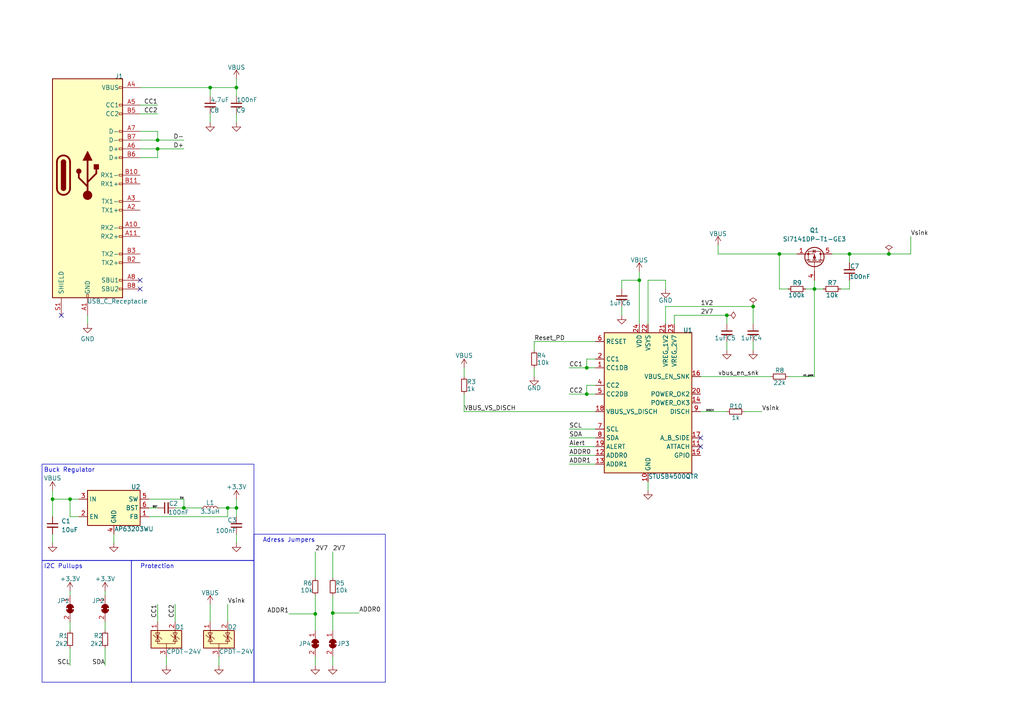
<source format=kicad_sch>
(kicad_sch (version 20230121) (generator eeschema)
  (paper "A4")
  (lib_symbols
    (symbol "Connector:USB_C_Receptacle" (pin_names (offset 1.016))
      (property "Reference" "J" (at -10.16 29.21 0))
      (property "Value" "USB_C_Receptacle" (at 10.16 29.21 0))
      (symbol "USB_C_Receptacle_0_0"
        (rectangle (start -0.254 -35.56) (end 0.254 -34.544))
        (rectangle (start 10.16 -32.766) (end 9.144 -33.274))
        (rectangle (start 10.16 -30.226) (end 9.144 -30.734))
        (rectangle (start 10.16 -25.146) (end 9.144 -25.654))
        (rectangle (start 10.16 -22.606) (end 9.144 -23.114))
        (rectangle (start 10.16 -17.526) (end 9.144 -18.034))
        (rectangle (start 10.16 -14.986) (end 9.144 -15.494))
        (rectangle (start 10.16 -9.906) (end 9.144 -10.414))
        (rectangle (start 10.16 -7.366) (end 9.144 -7.874))
        (rectangle (start 10.16 -2.286) (end 9.144 -2.794))
        (rectangle (start 10.16 0.254) (end 9.144 -0.254))
        (rectangle (start 10.16 5.334) (end 9.144 4.826))
        (rectangle (start 10.16 7.874) (end 9.144 7.366))
        (rectangle (start 10.16 10.414) (end 9.144 9.906))
        (rectangle (start 10.16 12.954) (end 9.144 12.446))
        (rectangle (start 10.16 18.034) (end 9.144 17.526))
        (rectangle (start 10.16 20.574) (end 9.144 20.066))
        (rectangle (start 10.16 25.654) (end 9.144 25.146))
      )
      (symbol "USB_C_Receptacle_0_1"
        (rectangle (start -10.16 27.94) (end 10.16 -35.56) (stroke (width 0.254)) (fill (type background)))
        (arc (start -8.89 -3.81) (mid -6.985 -5.7067) (end -5.08 -3.81) (stroke (width 0.508)))
        (arc (start -7.62 -3.81) (mid -6.985 -4.4423) (end -6.35 -3.81) (stroke (width 0.254)))
        (arc (start -7.62 -3.81) (mid -6.985 -4.4423) (end -6.35 -3.81) (stroke (width 0.254)) (fill (type outline)))
        (rectangle (start -7.62 -3.81) (end -6.35 3.81) (stroke (width 0.254)) (fill (type outline)))
        (arc (start -6.35 3.81) (mid -6.985 4.4423) (end -7.62 3.81) (stroke (width 0.254)))
        (arc (start -6.35 3.81) (mid -6.985 4.4423) (end -7.62 3.81) (stroke (width 0.254)) (fill (type outline)))
        (arc (start -5.08 3.81) (mid -6.985 5.7067) (end -8.89 3.81) (stroke (width 0.508)))
        (polyline (pts (xy -8.89 -3.81) (xy -8.89 3.81)) (stroke (width 0.508)))
        (polyline (pts (xy -5.08 3.81) (xy -5.08 -3.81)) (stroke (width 0.508)))
      )
      (symbol "USB_C_Receptacle_1_1"
        (circle (center -2.54 1.143) (radius 0.635) (stroke (width 0.254)) (fill (type outline)))
        (circle (center 0 -5.842) (radius 1.27) (fill (type outline)))
        (polyline (pts (xy 0 -5.842) (xy 0 4.318)) (stroke (width 0.508)))
        (polyline (pts (xy 0 -3.302) (xy -2.54 -0.762) (xy -2.54 0.508)) (stroke (width 0.508)))
        (polyline (pts (xy 0 -2.032) (xy 2.54 0.508) (xy 2.54 1.778)) (stroke (width 0.508)))
        (polyline (pts (xy -1.27 4.318) (xy 0 6.858) (xy 1.27 4.318) (xy -1.27 4.318)) (stroke (width 0.254)) (fill (type outline)))
        (rectangle (start 1.905 1.778) (end 3.175 3.048) (stroke (width 0.254)) (fill (type outline)))
        (pin passive line (at 0 -40.64 90) (length 5.08) (name "GND") (number "A1"))
        (pin bidirectional line (at 15.24 -15.24 180) (length 5.08) (name "RX2-") (number "A10"))
        (pin bidirectional line (at 15.24 -17.78 180) (length 5.08) (name "RX2+") (number "A11"))
        (pin passive line (at 0 -40.64 90) (length 5.08) hide (name "GND") (number "A12"))
        (pin bidirectional line (at 15.24 -10.16 180) (length 5.08) (name "TX1+") (number "A2"))
        (pin bidirectional line (at 15.24 -7.62 180) (length 5.08) (name "TX1-") (number "A3"))
        (pin passive line (at 15.24 25.4 180) (length 5.08) (name "VBUS") (number "A4"))
        (pin bidirectional line (at 15.24 20.32 180) (length 5.08) (name "CC1") (number "A5"))
        (pin bidirectional line (at 15.24 7.62 180) (length 5.08) (name "D+") (number "A6"))
        (pin bidirectional line (at 15.24 12.7 180) (length 5.08) (name "D-") (number "A7"))
        (pin bidirectional line (at 15.24 -30.48 180) (length 5.08) (name "SBU1") (number "A8"))
        (pin passive line (at 15.24 25.4 180) (length 5.08) hide (name "VBUS") (number "A9"))
        (pin passive line (at 0 -40.64 90) (length 5.08) hide (name "GND") (number "B1"))
        (pin bidirectional line (at 15.24 0 180) (length 5.08) (name "RX1-") (number "B10"))
        (pin bidirectional line (at 15.24 -2.54 180) (length 5.08) (name "RX1+") (number "B11"))
        (pin passive line (at 0 -40.64 90) (length 5.08) hide (name "GND") (number "B12"))
        (pin bidirectional line (at 15.24 -25.4 180) (length 5.08) (name "TX2+") (number "B2"))
        (pin bidirectional line (at 15.24 -22.86 180) (length 5.08) (name "TX2-") (number "B3"))
        (pin passive line (at 15.24 25.4 180) (length 5.08) hide (name "VBUS") (number "B4"))
        (pin bidirectional line (at 15.24 17.78 180) (length 5.08) (name "CC2") (number "B5"))
        (pin bidirectional line (at 15.24 5.08 180) (length 5.08) (name "D+") (number "B6"))
        (pin bidirectional line (at 15.24 10.16 180) (length 5.08) (name "D-") (number "B7"))
        (pin bidirectional line (at 15.24 -33.02 180) (length 5.08) (name "SBU2") (number "B8"))
        (pin passive line (at 15.24 25.4 180) (length 5.08) hide (name "VBUS") (number "B9"))
        (pin passive line (at -7.62 -40.64 90) (length 5.08) (name "SHIELD") (number "S1"))
      )
    )
    (symbol "Device:C_Small" (pin_numbers hide) (pin_names (offset 0.254) hide)
      (property "Reference" "C" (at 0.254 1.778 0))
      (property "Value" "C_Small" (at 0.254 -2.032 0))
      (symbol "C_Small_0_1"
        (polyline (pts (xy -1.524 -0.508) (xy 1.524 -0.508)) (stroke (width 0.3302)))
        (polyline (pts (xy -1.524 0.508) (xy 1.524 0.508)) (stroke (width 0.3048)))
      )
      (symbol "C_Small_1_1"
        (pin passive line (at 0 2.54 270) (length 2.032) (name "~") (number "1"))
        (pin passive line (at 0 -2.54 90) (length 2.032) (name "~") (number "2"))
      )
    )
    (symbol "Device:L_Small" (pin_numbers hide) (pin_names (offset 0.254) hide)
      (property "Reference" "L" (at 0.762 1.016 0))
      (property "Value" "L_Small" (at 0.762 -1.016 0))
      (symbol "L_Small_0_1"
        (arc (start 0 -2.032) (mid 0.5058 -1.524) (end 0 -1.016))
        (arc (start 0 -1.016) (mid 0.5058 -0.508) (end 0 0))
        (arc (start 0 0) (mid 0.5058 0.508) (end 0 1.016))
        (arc (start 0 1.016) (mid 0.5058 1.524) (end 0 2.032))
      )
      (symbol "L_Small_1_1"
        (pin passive line (at 0 2.54 270) (length 0.508) (name "~") (number "1"))
        (pin passive line (at 0 -2.54 90) (length 0.508) (name "~") (number "2"))
      )
    )
    (symbol "Device:R_Small" (pin_numbers hide) (pin_names (offset 0.254) hide)
      (property "Reference" "R" (at 0.762 0.508 0))
      (property "Value" "R_Small" (at 0.762 -1.016 0))
      (symbol "R_Small_0_1"
        (rectangle (start -0.762 1.778) (end 0.762 -1.778) (stroke (width 0.2032)))
      )
      (symbol "R_Small_1_1"
        (pin passive line (at 0 2.54 270) (length 0.762) (name "~") (number "1"))
        (pin passive line (at 0 -2.54 90) (length 0.762) (name "~") (number "2"))
      )
    )
    (symbol "Interface_USB:STUSB4500QTR"
      (property "Reference" "U" (at -12.7 21.59 0))
      (property "Value" "STUSB4500QTR" (at 8.89 -21.59 0))
      (symbol "STUSB4500QTR_0_1"
        (rectangle (start -12.7 20.32) (end 12.7 -20.32) (stroke (width 0.254)) (fill (type background)))
      )
      (symbol "STUSB4500QTR_1_1"
        (pin bidirectional line (at -15.24 10.16 0) (length 2.54) (name "CC1DB") (number "1"))
        (pin power_in line (at 0 -22.86 90) (length 2.54) (name "GND") (number "10"))
        (pin open_collector line (at 15.24 -12.7 180) (length 2.54) (name "ATTACH") (number "11"))
        (pin input line (at -15.24 -15.24 0) (length 2.54) (name "ADDR0") (number "12"))
        (pin input line (at -15.24 -17.78 0) (length 2.54) (name "ADDR1") (number "13"))
        (pin open_collector line (at 15.24 0 180) (length 2.54) (name "POWER_OK3") (number "14"))
        (pin open_collector line (at 15.24 -15.24 180) (length 2.54) (name "GPIO") (number "15"))
        (pin open_collector line (at 15.24 7.62 180) (length 2.54) (name "VBUS_EN_SNK") (number "16"))
        (pin open_collector line (at 15.24 -10.16 180) (length 2.54) (name "A_B_SIDE") (number "17"))
        (pin input line (at -15.24 -2.54 0) (length 2.54) (name "VBUS_VS_DISCH") (number "18"))
        (pin open_collector line (at -15.24 -12.7 0) (length 2.54) (name "ALERT") (number "19"))
        (pin bidirectional line (at -15.24 12.7 0) (length 2.54) (name "CC1") (number "2"))
        (pin open_collector line (at 15.24 2.54 180) (length 2.54) (name "POWER_OK2") (number "20"))
        (pin power_out line (at 5.08 22.86 270) (length 2.54) (name "VREG_1V2") (number "21"))
        (pin power_in line (at 0 22.86 270) (length 2.54) (name "VSYS") (number "22"))
        (pin power_out line (at 7.62 22.86 270) (length 2.54) (name "VREG_2V7") (number "23"))
        (pin power_in line (at -2.54 22.86 270) (length 2.54) (name "VDD") (number "24"))
        (pin passive line (at 0 -22.86 90) (length 2.54) hide (name "GND") (number "25"))
        (pin no_connect line (at -12.7 15.24 0) (length 2.54) hide (name "NC") (number "3"))
        (pin bidirectional line (at -15.24 5.08 0) (length 2.54) (name "CC2") (number "4"))
        (pin bidirectional line (at -15.24 2.54 0) (length 2.54) (name "CC2DB") (number "5"))
        (pin input line (at -15.24 17.78 0) (length 2.54) (name "RESET") (number "6"))
        (pin input line (at -15.24 -7.62 0) (length 2.54) (name "SCL") (number "7"))
        (pin bidirectional line (at -15.24 -10.16 0) (length 2.54) (name "SDA") (number "8"))
        (pin bidirectional line (at 15.24 -2.54 180) (length 2.54) (name "DISCH") (number "9"))
      )
    )
    (symbol "Jumper:SolderJumper_2_Bridged" (pin_names (offset 0) hide)
      (property "Reference" "JP" (at 0 2.032 0))
      (property "Value" "SolderJumper_2_Bridged" (at 0 -2.54 0))
      (symbol "SolderJumper_2_Bridged_0_1"
        (rectangle (start -0.508 0.508) (end 0.508 -0.508) (fill (type outline)))
        (arc (start -0.254 1.016) (mid -1.2656 0) (end -0.254 -1.016))
        (arc (start -0.254 1.016) (mid -1.2656 0) (end -0.254 -1.016) (fill (type outline)))
        (polyline (pts (xy -0.254 1.016) (xy -0.254 -1.016)))
        (polyline (pts (xy 0.254 1.016) (xy 0.254 -1.016)))
        (arc (start 0.254 -1.016) (mid 1.2656 0) (end 0.254 1.016))
        (arc (start 0.254 -1.016) (mid 1.2656 0) (end 0.254 1.016) (fill (type outline)))
      )
      (symbol "SolderJumper_2_Bridged_1_1"
        (pin passive line (at -3.81 0 0) (length 2.54) (name "A") (number "1"))
        (pin passive line (at 3.81 0 180) (length 2.54) (name "B") (number "2"))
      )
    )
    (symbol "Power_Protection:NUP2105L" (pin_names hide)
      (property "Reference" "D" (at 5.715 2.54 0))
      (property "Value" "NUP2105L" (at 5.715 0.635 0))
      (symbol "NUP2105L_0_0"
        (pin passive line (at 0 -5.08 90) (length 2.54) (name "A") (number "3"))
      )
      (symbol "NUP2105L_0_1"
        (rectangle (start -4.445 2.54) (end 4.445 -2.54) (stroke (width 0.254)) (fill (type background)))
        (polyline (pts (xy -2.54 2.54) (xy -2.54 0.635)))
        (polyline (pts (xy 0 -1.27) (xy 0 -2.54)))
        (polyline (pts (xy 2.54 2.54) (xy 2.54 0.635)))
        (polyline (pts (xy -3.81 1.27) (xy -3.175 0.635) (xy -1.905 0.635) (xy -1.27 0)))
        (polyline (pts (xy -2.54 0.635) (xy -2.54 -1.27) (xy 2.54 -1.27) (xy 2.54 0.635)))
        (polyline (pts (xy -2.54 0.635) (xy -1.905 -0.635) (xy -3.175 -0.635) (xy -2.54 0.635)))
        (polyline (pts (xy 2.54 0.635) (xy 1.905 -0.635) (xy 3.175 -0.635) (xy 2.54 0.635)))
        (polyline (pts (xy 2.54 0.635) (xy 3.175 1.905) (xy 1.905 1.905) (xy 2.54 0.635)))
        (polyline (pts (xy -2.54 0.635) (xy -3.175 1.905) (xy -1.905 1.905) (xy -2.54 0.635) (xy -2.54 1.27)))
        (polyline (pts (xy 1.27 1.27) (xy 1.905 0.635) (xy 2.54 0.635) (xy 3.175 0.635) (xy 3.81 0)))
      )
      (symbol "NUP2105L_1_1"
        (pin passive line (at -2.54 5.08 270) (length 2.54) (name "K") (number "1"))
        (pin passive line (at 2.54 5.08 270) (length 2.54) (name "K") (number "2"))
      )
    )
    (symbol "Regulator_Switching:AP63203WU"
      (property "Reference" "U" (at -7.62 6.35 0))
      (property "Value" "AP63203WU" (at 2.54 6.35 0))
      (symbol "AP63203WU_0_1"
        (rectangle (start -7.62 5.08) (end 7.62 -5.08) (stroke (width 0.254)) (fill (type background)))
      )
      (symbol "AP63203WU_1_1"
        (pin input line (at 10.16 -2.54 180) (length 2.54) (name "FB") (number "1"))
        (pin input line (at -10.16 -2.54 0) (length 2.54) (name "EN") (number "2"))
        (pin power_in line (at -10.16 2.54 0) (length 2.54) (name "IN") (number "3"))
        (pin power_in line (at 0 -7.62 90) (length 2.54) (name "GND") (number "4"))
        (pin output line (at 10.16 2.54 180) (length 2.54) (name "SW") (number "5"))
        (pin passive line (at 10.16 0 180) (length 2.54) (name "BST") (number "6"))
      )
    )
    (symbol "Transistor_FET:Si7141DP" (pin_names hide)
      (property "Reference" "Q" (at 5.08 1.905 0))
      (property "Value" "Si7141DP" (at 5.08 0 0))
      (symbol "Si7141DP_0_1"
        (polyline (pts (xy 0.254 0) (xy -2.54 0)))
        (polyline (pts (xy 0.254 1.905) (xy 0.254 -1.905)) (stroke (width 0.254)))
        (polyline (pts (xy 0.762 -1.27) (xy 0.762 -2.286)) (stroke (width 0.254)))
        (polyline (pts (xy 0.762 0.508) (xy 0.762 -0.508)) (stroke (width 0.254)))
        (polyline (pts (xy 0.762 2.286) (xy 0.762 1.27)) (stroke (width 0.254)))
        (polyline (pts (xy 2.54 2.54) (xy 2.54 1.778)))
        (polyline (pts (xy 2.54 -2.54) (xy 2.54 0) (xy 0.762 0)))
        (polyline (pts (xy 0.762 1.778) (xy 3.302 1.778) (xy 3.302 -1.778) (xy 0.762 -1.778)))
        (polyline (pts (xy 2.286 0) (xy 1.27 0.381) (xy 1.27 -0.381) (xy 2.286 0)) (fill (type outline)))
        (polyline (pts (xy 2.794 -0.508) (xy 2.921 -0.381) (xy 3.683 -0.381) (xy 3.81 -0.254)))
        (polyline (pts (xy 3.302 -0.381) (xy 2.921 0.254) (xy 3.683 0.254) (xy 3.302 -0.381)))
        (circle (center 1.651 0) (radius 2.794) (stroke (width 0.254)))
        (circle (center 2.54 -1.778) (radius 0.254) (fill (type outline)))
        (circle (center 2.54 1.778) (radius 0.254) (fill (type outline)))
      )
      (symbol "Si7141DP_1_1"
        (pin passive line (at 2.54 -5.08 90) (length 2.54) (name "S") (number "1"))
        (pin passive line (at 2.54 -5.08 90) (length 2.54) hide (name "S") (number "2"))
        (pin passive line (at 2.54 -5.08 90) (length 2.54) hide (name "S") (number "3"))
        (pin input line (at -5.08 0 0) (length 2.54) (name "G") (number "4"))
        (pin passive line (at 2.54 5.08 270) (length 2.54) (name "D") (number "5"))
      )
    )
    (symbol "power:+3.3V" (power) (pin_names (offset 0))
      (property "Value" "+3.3V" (at 0 3.556 0))
      (symbol "+3.3V_0_1"
        (polyline (pts (xy -0.762 1.27) (xy 0 2.54)))
        (polyline (pts (xy 0 0) (xy 0 2.54)))
        (polyline (pts (xy 0 2.54) (xy 0.762 1.27)))
      )
      (symbol "+3.3V_1_1"
        (pin power_in line (at 0 0 90) (length 0) hide (name "+3.3V") (number "1"))
      )
    )
    (symbol "power:GND" (power) (pin_names (offset 0))
      (property "Value" "GND" (at 0 -3.81 0))
      (symbol "GND_0_1"
        (polyline (pts (xy 0 0) (xy 0 -1.27) (xy 1.27 -1.27) (xy 0 -2.54) (xy -1.27 -1.27) (xy 0 -1.27)))
      )
      (symbol "GND_1_1"
        (pin power_in line (at 0 0 270) (length 0) hide (name "GND") (number "1"))
      )
    )
    (symbol "power:PWR_FLAG" (power) (pin_numbers hide) (pin_names (offset 0) hide)
      (property "Value" "PWR_FLAG" (at 0 3.81 0))
      (symbol "PWR_FLAG_0_0"
        (pin power_out line (at 0 0 90) (length 0) (name "pwr") (number "1"))
      )
      (symbol "PWR_FLAG_0_1"
        (polyline (pts (xy 0 0) (xy 0 1.27) (xy -1.016 1.905) (xy 0 2.54) (xy 1.016 1.905) (xy 0 1.27)))
      )
    )
    (symbol "power:VBUS" (power) (pin_names (offset 0))
      (property "Value" "VBUS" (at 0 3.81 0))
      (symbol "VBUS_0_1"
        (polyline (pts (xy -0.762 1.27) (xy 0 2.54)))
        (polyline (pts (xy 0 0) (xy 0 2.54)))
        (polyline (pts (xy 0 2.54) (xy 0.762 1.27)))
      )
      (symbol "VBUS_1_1"
        (pin power_in line (at 0 0 90) (length 0) hide (name "VBUS") (number "1"))
      )
    )
  )
  (junction (at 68.58 147.32))
  (junction (at 45.72 43.18))
  (junction (at 170.18 114.3))
  (junction (at 96.52 177.8))
  (junction (at 226.06 73.66))
  (junction (at 15.24 144.78))
  (junction (at 185.42 81.28))
  (junction (at 68.58 25.4))
  (junction (at 53.34 147.32))
  (junction (at 20.32 144.78))
  (junction (at 257.81 73.66))
  (junction (at 218.44 88.9))
  (junction (at 60.96 25.4))
  (junction (at 66.04 147.32))
  (junction (at 246.38 73.66))
  (junction (at 45.72 40.64))
  (junction (at 236.22 83.82))
  (junction (at 91.44 178.054))
  (junction (at 170.18 106.68))
  (junction (at 210.82 91.44))
  (no_connect (at 17.78 91.44))
  (no_connect (at 40.64 81.28))
  (no_connect (at 40.64 83.82))
  (no_connect (at 203.2 127))
  (no_connect (at 203.2 129.54))
  (wire (pts (xy 40.64 30.48) (xy 45.72 30.48)))
  (wire (pts (xy 195.58 93.98) (xy 195.58 91.44)))
  (wire (pts (xy 154.94 106.68) (xy 154.94 109.22)))
  (wire (pts (xy 180.34 81.28) (xy 185.42 81.28)))
  (wire (pts (xy 238.76 83.82) (xy 236.22 83.82)))
  (wire (pts (xy 15.24 144.78) (xy 20.32 144.78)))
  (wire (pts (xy 45.72 38.1) (xy 45.72 40.64)))
  (wire (pts (xy 226.06 73.66) (xy 231.14 73.66)))
  (wire (pts (xy 165.1 106.68) (xy 170.18 106.68)))
  (wire (pts (xy 228.6 109.22) (xy 236.22 109.22)))
  (wire (pts (xy 43.18 144.78) (xy 53.34 144.78)))
  (wire (pts (xy 165.1 134.62) (xy 172.72 134.62)))
  (wire (pts (xy 134.62 114.3) (xy 134.62 119.38)))
  (wire (pts (xy 154.94 99.06) (xy 172.72 99.06)))
  (wire (pts (xy 257.81 73.66) (xy 264.16 73.66)))
  (wire (pts (xy 68.58 33.02) (xy 68.58 35.56)))
  (wire (pts (xy 185.42 78.74) (xy 185.42 81.28)))
  (wire (pts (xy 30.48 180.34) (xy 30.48 182.88)))
  (wire (pts (xy 187.96 93.98) (xy 187.96 81.28)))
  (wire (pts (xy 172.72 119.38) (xy 134.62 119.38)))
  (wire (pts (xy 30.48 171.45) (xy 30.48 172.72)))
  (wire (pts (xy 60.96 33.02) (xy 60.96 35.56)))
  (wire (pts (xy 170.18 114.3) (xy 172.72 114.3)))
  (wire (pts (xy 40.64 45.72) (xy 45.72 45.72)))
  (wire (pts (xy 66.04 149.86) (xy 66.04 147.32)))
  (wire (pts (xy 208.28 73.66) (xy 226.06 73.66)))
  (wire (pts (xy 215.9 119.38) (xy 220.98 119.38)))
  (wire (pts (xy 193.04 81.28) (xy 193.04 83.82)))
  (wire (pts (xy 96.52 177.8) (xy 96.52 182.88)))
  (wire (pts (xy 96.52 172.72) (xy 96.52 177.8)))
  (wire (pts (xy 20.32 193.04) (xy 20.32 187.96)))
  (wire (pts (xy 20.32 180.34) (xy 20.32 182.88)))
  (wire (pts (xy 165.1 114.3) (xy 170.18 114.3)))
  (wire (pts (xy 180.34 88.9) (xy 180.34 91.44)))
  (wire (pts (xy 91.44 178.054) (xy 83.82 178.054)))
  (wire (pts (xy 203.2 119.38) (xy 210.82 119.38)))
  (wire (pts (xy 165.1 129.54) (xy 172.72 129.54)))
  (wire (pts (xy 91.44 190.5) (xy 91.44 193.04)))
  (wire (pts (xy 15.24 154.94) (xy 15.24 157.48)))
  (wire (pts (xy 246.38 73.66) (xy 246.38 76.2)))
  (wire (pts (xy 33.02 154.94) (xy 33.02 157.48)))
  (wire (pts (xy 233.68 83.82) (xy 236.22 83.82)))
  (wire (pts (xy 187.96 81.28) (xy 193.04 81.28)))
  (wire (pts (xy 218.44 99.06) (xy 218.44 101.6)))
  (wire (pts (xy 96.52 190.5) (xy 96.52 193.04)))
  (wire (pts (xy 50.8 180.34) (xy 50.8 175.26)))
  (wire (pts (xy 185.42 81.28) (xy 185.42 93.98)))
  (wire (pts (xy 20.32 149.86) (xy 20.32 144.78)))
  (wire (pts (xy 193.04 88.9) (xy 218.44 88.9)))
  (wire (pts (xy 210.82 99.06) (xy 210.82 101.6)))
  (wire (pts (xy 20.32 171.45) (xy 20.32 172.72)))
  (wire (pts (xy 172.72 104.14) (xy 170.18 104.14)))
  (wire (pts (xy 22.86 149.86) (xy 20.32 149.86)))
  (wire (pts (xy 91.44 178.054) (xy 91.44 182.88)))
  (wire (pts (xy 68.58 154.94) (xy 68.58 157.48)))
  (wire (pts (xy 43.18 149.86) (xy 66.04 149.86)))
  (wire (pts (xy 236.22 83.82) (xy 236.22 81.28)))
  (wire (pts (xy 264.16 68.58) (xy 264.16 73.66)))
  (wire (pts (xy 68.58 25.4) (xy 68.58 27.94)))
  (wire (pts (xy 48.26 190.5) (xy 48.26 193.04)))
  (wire (pts (xy 68.58 149.86) (xy 68.58 147.32)))
  (wire (pts (xy 45.72 40.64) (xy 53.34 40.64)))
  (wire (pts (xy 40.64 38.1) (xy 45.72 38.1)))
  (wire (pts (xy 246.38 73.66) (xy 257.81 73.66)))
  (wire (pts (xy 30.48 193.04) (xy 30.48 187.96)))
  (wire (pts (xy 91.44 160.02) (xy 91.44 167.64)))
  (wire (pts (xy 172.72 111.76) (xy 170.18 111.76)))
  (wire (pts (xy 203.2 109.22) (xy 223.52 109.22)))
  (wire (pts (xy 208.28 71.12) (xy 208.28 73.66)))
  (wire (pts (xy 63.5 147.32) (xy 66.04 147.32)))
  (wire (pts (xy 15.24 149.86) (xy 15.24 144.78)))
  (wire (pts (xy 96.52 177.8) (xy 104.14 177.8)))
  (wire (pts (xy 63.5 190.5) (xy 63.5 193.04)))
  (wire (pts (xy 165.1 132.08) (xy 172.72 132.08)))
  (wire (pts (xy 68.58 147.32) (xy 66.04 147.32)))
  (wire (pts (xy 66.04 175.26) (xy 66.04 180.34)))
  (wire (pts (xy 218.44 88.9) (xy 218.44 93.98)))
  (wire (pts (xy 40.64 40.64) (xy 45.72 40.64)))
  (wire (pts (xy 241.3 73.66) (xy 246.38 73.66)))
  (wire (pts (xy 180.34 83.82) (xy 180.34 81.28)))
  (wire (pts (xy 154.94 99.06) (xy 154.94 101.6)))
  (wire (pts (xy 45.72 45.72) (xy 45.72 43.18)))
  (wire (pts (xy 187.96 139.7) (xy 187.96 142.24)))
  (wire (pts (xy 210.82 91.44) (xy 210.82 93.98)))
  (wire (pts (xy 91.44 172.72) (xy 91.44 178.054)))
  (wire (pts (xy 45.72 180.34) (xy 45.72 175.26)))
  (wire (pts (xy 53.34 144.78) (xy 53.34 147.32)))
  (wire (pts (xy 228.6 83.82) (xy 226.06 83.82)))
  (wire (pts (xy 53.34 147.32) (xy 58.42 147.32)))
  (wire (pts (xy 170.18 106.68) (xy 172.72 106.68)))
  (wire (pts (xy 165.1 127) (xy 172.72 127)))
  (wire (pts (xy 25.4 91.44) (xy 25.4 93.98)))
  (wire (pts (xy 226.06 83.82) (xy 226.06 73.66)))
  (wire (pts (xy 195.58 91.44) (xy 210.82 91.44)))
  (wire (pts (xy 15.24 142.24) (xy 15.24 144.78)))
  (wire (pts (xy 60.96 180.34) (xy 60.96 175.26)))
  (wire (pts (xy 20.32 144.78) (xy 22.86 144.78)))
  (wire (pts (xy 68.58 25.4) (xy 60.96 25.4)))
  (wire (pts (xy 68.58 144.78) (xy 68.58 147.32)))
  (wire (pts (xy 246.38 81.28) (xy 246.38 83.82)))
  (wire (pts (xy 60.96 25.4) (xy 40.64 25.4)))
  (wire (pts (xy 172.72 124.46) (xy 165.1 124.46)))
  (wire (pts (xy 45.72 43.18) (xy 53.34 43.18)))
  (wire (pts (xy 193.04 93.98) (xy 193.04 88.9)))
  (wire (pts (xy 236.22 109.22) (xy 236.22 83.82)))
  (wire (pts (xy 96.52 160.02) (xy 96.52 167.64)))
  (wire (pts (xy 68.58 22.86) (xy 68.58 25.4)))
  (wire (pts (xy 170.18 104.14) (xy 170.18 106.68)))
  (wire (pts (xy 60.96 25.4) (xy 60.96 27.94)))
  (wire (pts (xy 53.34 147.32) (xy 50.8 147.32)))
  (wire (pts (xy 40.64 43.18) (xy 45.72 43.18)))
  (wire (pts (xy 40.64 33.02) (xy 45.72 33.02)))
  (wire (pts (xy 170.18 111.76) (xy 170.18 114.3)))
  (wire (pts (xy 43.18 147.32) (xy 45.72 147.32)))
  (wire (pts (xy 246.38 83.82) (xy 243.84 83.82)))
  (wire (pts (xy 134.62 106.68) (xy 134.62 109.22)))
  (rectangle (start 73.66 154.94) (end 111.76 197.866))
  (rectangle (start 38.1 162.56) (end 73.66 197.866))
  (rectangle (start 12.192 162.56) (end 38.1 197.866))
  (rectangle (start 12.192 134.62) (end 73.66 162.56))
  (text "Buck Regulator" (at 12.7 137.16 0) (effects (font (size 1.27 1.27)) (justify left bottom)))
  (text "Adress Jumpers" (at 76.2 157.48 0) (effects (font (size 1.27 1.27)) (justify left bottom)))
  (text "Protection" (at 40.64 165.1 0) (effects (font (size 1.27 1.27)) (justify left bottom)))
  (text "I2C Pullups" (at 12.7 165.1 0) (effects (font (size 1.27 1.27)) (justify left bottom)))
  (label "BST" (at 44.196 147.32 0) (effects (font (size 0.5 0.5))))
  (label "D-" (at 53.34 40.64 180))
  (label "q1_gate" (at 232.918 109.22 0) (effects (font (size 0.5 0.5))))
  (label "Reset_PD" (at 154.94 99.06 0))
  (label "ADDR0" (at 165.1 132.08 0))
  (label "CC2" (at 50.8 175.26 270))
  (label "Alert" (at 165.1 129.54 0))
  (label "SCL" (at 165.1 124.46 0))
  (label "SDA" (at 165.1 127 0))
  (label "Vsink" (at 66.04 175.26 0))
  (label "SCL" (at 20.32 193.04 180))
  (label "1V2" (at 203.2 88.9 0))
  (label "ADDR0" (at 104.14 177.8 0))
  (label "Vsink" (at 264.16 68.58 0))
  (label "SDA" (at 30.48 193.04 180))
  (label "CC1" (at 45.72 30.48 180))
  (label "vbus_en_snk" (at 208.28 109.22 0))
  (label "DISCH" (at 204.724 119.38 0) (effects (font (size 0.5 0.5))))
  (label "CC1" (at 45.72 175.26 270))
  (label "CC1" (at 165.1 106.68 0))
  (label "ADDR1" (at 165.1 134.62 0))
  (label "2V7" (at 203.2 91.44 0))
  (label "2V7" (at 96.52 160.02 0))
  (label "CC2" (at 45.72 33.02 180))
  (label "ADDR1" (at 83.82 178.054 180))
  (label "CC2" (at 165.1 114.3 0))
  (label "VBUS_VS_DISCH" (at 134.62 119.38 0))
  (label "2V7" (at 91.44 160.02 0))
  (label "SW" (at 53.34 144.78 180) (effects (font (size 0.5 0.5))))
  (label "Vsink" (at 220.98 119.38 0))
  (label "D+" (at 53.34 43.18 180))
  (symbol (lib_id "Device:R_Small") (at 154.94 104.14 0) (unit 1)
    (property "Reference" "R4" (at 155.702 103.124 0) (effects (justify left)))
    (property "Value" "10k" (at 155.702 105.156 0) (effects (justify left)))
    (property "Footprint" "Resistor_SMD:R_0402_1005Metric_Pad0.72x0.64mm_HandSolder" (effects hide))
  )
  (symbol (lib_id "power:GND") (at 63.5 193.04 0) (unit 1)
    (property "Reference" "#PWR017" (effects hide))
    (property "Value" "GND" (effects hide))
  )
  (symbol (lib_id "power:VBUS") (at 134.62 106.68 0) (mirror y) (unit 1)
    (property "Reference" "#PWR012" (effects hide))
    (property "Value" "VBUS" (at 134.62 103.124 0))
  )
  (symbol (lib_id "power:VBUS") (at 15.24 142.24 0) (mirror y) (unit 1)
    (property "Reference" "#PWR03" (effects hide))
    (property "Value" "VBUS" (at 15.24 138.684 0))
  )
  (symbol (lib_id "Device:C_Small") (at 68.58 152.4 180) (unit 1)
    (property "Reference" "C3" (at 67.31 150.876 0))
    (property "Value" "100nF" (at 65.532 153.924 0))
    (property "Footprint" "Capacitor_SMD:C_0603_1608Metric_Pad1.08x0.95mm_HandSolder" (effects hide))
  )
  (symbol (lib_id "Device:R_Small") (at 213.36 119.38 90) (unit 1)
    (property "Reference" "R10" (at 215.392 117.856 90) (effects (justify left)))
    (property "Value" "1k" (at 214.63 121.158 90) (effects (justify left)))
    (property "Footprint" "Resistor_SMD:R_0402_1005Metric_Pad0.72x0.64mm_HandSolder" (effects hide))
  )
  (symbol (lib_id "Transistor_FET:Si7141DP") (at 236.22 76.2 270) (mirror x) (unit 1)
    (property "Reference" "Q1" (at 236.22 66.802 90))
    (property "Value" "SI7141DP-T1-GE3" (at 236.22 69.342 90))
    (property "Footprint" "Package_SON:Diodes_PowerDI3333-8" (effects hide))
    (property "Datasheet" "https://www.vishay.com/docs/65596/si7141dp.pdf" (effects hide))
  )
  (symbol (lib_id "power:GND") (at 210.82 101.6 0) (unit 1)
    (property "Reference" "#PWR013" (effects hide))
    (property "Value" "GND" (effects hide))
  )
  (symbol (lib_id "Device:C_Small") (at 48.26 147.32 90) (unit 1)
    (property "Reference" "C2" (at 50.292 146.05 90))
    (property "Value" "100nF" (at 51.816 148.59 90))
    (property "Footprint" "Capacitor_SMD:C_0603_1608Metric_Pad1.08x0.95mm_HandSolder" (effects hide))
  )
  (symbol (lib_id "power:PWR_FLAG") (at 257.81 73.66 0) (unit 1)
    (property "Reference" "#FLG03" (effects hide))
    (property "Value" "PWR_FLAG" (effects hide))
  )
  (symbol (lib_id "power:GND") (at 96.52 193.04 0) (unit 1)
    (property "Reference" "#PWR022" (effects hide))
    (property "Value" "GND" (effects hide))
  )
  (symbol (lib_id "Device:C_Small") (at 246.38 78.74 180) (unit 1)
    (property "Reference" "C7" (at 247.904 77.216 0))
    (property "Value" "100nF" (at 249.428 80.264 0))
    (property "Footprint" "Capacitor_SMD:C_0603_1608Metric_Pad1.08x0.95mm_HandSolder" (effects hide))
  )
  (symbol (lib_id "power:GND") (at 154.94 109.22 0) (unit 1)
    (property "Reference" "#PWR019" (effects hide))
    (property "Value" "GND" (at 154.94 112.522 0))
  )
  (symbol (lib_id "power:VBUS") (at 185.42 78.74 0) (unit 1)
    (property "Reference" "#PWR010" (effects hide))
    (property "Value" "VBUS" (at 185.42 75.438 0))
  )
  (symbol (lib_id "power:VBUS") (at 68.58 22.86 0) (unit 1)
    (property "Reference" "#PWR02" (effects hide))
    (property "Value" "VBUS" (at 68.58 19.558 0))
  )
  (symbol (lib_id "Power_Protection:NUP2105L") (at 48.26 185.42 0) (unit 1)
    (property "Reference" "D1" (at 50.8 181.864 0) (effects (justify left)))
    (property "Value" "CPDT-24V" (at 48.26 188.976 0) (effects (justify left)))
    (property "Footprint" "Package_TO_SOT_SMD:SOT-23-3" (effects hide))
    (property "Datasheet" "http://www.onsemi.com/pub_link/Collateral/NUP2105L-D.PDF" (effects hide))
  )
  (symbol (lib_id "power:GND") (at 218.44 101.6 0) (unit 1)
    (property "Reference" "#PWR020" (effects hide))
    (property "Value" "GND" (effects hide))
  )
  (symbol (lib_id "Device:R_Small") (at 134.62 111.76 0) (unit 1)
    (property "Reference" "R3" (at 135.382 110.744 0) (effects (justify left)))
    (property "Value" "1k" (at 135.382 112.776 0) (effects (justify left)))
    (property "Footprint" "Resistor_SMD:R_0402_1005Metric_Pad0.72x0.64mm_HandSolder" (effects hide))
  )
  (symbol (lib_id "Device:C_Small") (at 60.96 30.48 0) (unit 1)
    (property "Reference" "C8" (at 62.23 32.004 0))
    (property "Value" "4.7uF" (at 63.754 28.956 0))
    (property "Footprint" "Capacitor_SMD:C_0603_1608Metric_Pad1.08x0.95mm_HandSolder" (effects hide))
  )
  (symbol (lib_id "Device:R_Small") (at 20.32 185.42 0) (unit 1)
    (property "Reference" "R1" (at 17.018 184.404 0) (effects (justify left)))
    (property "Value" "2k2" (at 16.002 186.69 0) (effects (justify left)))
    (property "Footprint" "Resistor_SMD:R_0402_1005Metric_Pad0.72x0.64mm_HandSolder" (effects hide))
  )
  (symbol (lib_id "Device:C_Small") (at 210.82 96.52 0) (unit 1)
    (property "Reference" "C5" (at 212.09 98.044 0))
    (property "Value" "1uF" (at 209.042 98.044 0))
    (property "Footprint" "Capacitor_SMD:C_0603_1608Metric_Pad1.08x0.95mm_HandSolder" (effects hide))
  )
  (symbol (lib_id "Power_Protection:NUP2105L") (at 63.5 185.42 0) (unit 1)
    (property "Reference" "D2" (at 66.04 181.864 0) (effects (justify left)))
    (property "Value" "CPDT-24V" (at 63.5 188.976 0) (effects (justify left)))
    (property "Footprint" "Package_TO_SOT_SMD:SOT-23-3" (effects hide))
    (property "Datasheet" "http://www.onsemi.com/pub_link/Collateral/NUP2105L-D.PDF" (effects hide))
  )
  (symbol (lib_id "power:+3.3V") (at 68.58 144.78 0) (unit 1)
    (property "Reference" "#PWR06" (effects hide))
    (property "Value" "+3.3V" (at 68.58 141.224 0))
  )
  (symbol (lib_id "Jumper:SolderJumper_2_Bridged") (at 96.52 186.69 270) (unit 1)
    (property "Reference" "JP3" (at 97.79 186.69 90) (effects (justify left)))
    (property "Value" "SolderJumper_2_Bridged" (effects hide))
    (property "Footprint" "Jumper:SolderJumper-2_P1.3mm_Bridged_RoundedPad1.0x1.5mm" (effects hide))
  )
  (symbol (lib_id "Device:R_Small") (at 30.48 185.42 0) (unit 1)
    (property "Reference" "R2" (at 27.178 184.404 0) (effects (justify left)))
    (property "Value" "2k2" (at 26.162 186.69 0) (effects (justify left)))
    (property "Footprint" "Resistor_SMD:R_0402_1005Metric_Pad0.72x0.64mm_HandSolder" (effects hide))
  )
  (symbol (lib_id "Interface_USB:STUSB4500QTR") (at 187.96 116.84 0) (unit 1)
    (property "Reference" "U1" (at 198.12 95.758 0) (effects (justify left)))
    (property "Value" "STUSB4500QTR" (at 187.96 138.176 0) (effects (justify left)))
    (property "Footprint" "Package_DFN_QFN:QFN-24-1EP_4x4mm_P0.5mm_EP2.7x2.7mm" (effects hide))
    (property "Datasheet" "https://www.st.com/resource/en/datasheet/stusb4500.pdf" (effects hide))
  )
  (symbol (lib_id "power:GND") (at 68.58 35.56 0) (unit 1)
    (property "Reference" "#PWR026" (effects hide))
    (property "Value" "GND" (effects hide))
  )
  (symbol (lib_id "power:+3.3V") (at 30.48 171.45 0) (unit 1)
    (property "Reference" "#PWR015" (effects hide))
    (property "Value" "+3.3V" (at 30.48 167.894 0))
  )
  (symbol (lib_id "power:GND") (at 15.24 157.48 0) (unit 1)
    (property "Reference" "#PWR05" (effects hide))
    (property "Value" "GND" (effects hide))
  )
  (symbol (lib_id "power:GND") (at 25.4 93.98 0) (unit 1)
    (property "Reference" "#PWR08" (effects hide))
    (property "Value" "GND" (at 25.4 98.298 0))
  )
  (symbol (lib_id "Device:C_Small") (at 15.24 152.4 0) (unit 1)
    (property "Reference" "C1" (at 17.78 151.1363 0) (effects (justify left)))
    (property "Value" "10uF" (at 17.78 153.6763 0) (effects (justify left)))
    (property "Footprint" "Capacitor_SMD:C_0402_1005Metric_Pad0.74x0.62mm_HandSolder" (effects hide))
    (property "Datasheet" "https://search.murata.co.jp/Ceramy/image/img/A01X/G101/ENG/GRM155R60J106ME05-01A.pdf" (effects hide))
    (property "Manufacturer" "Murata Electronics" (effects hide))
  )
  (symbol (lib_id "Device:R_Small") (at 91.44 170.18 0) (unit 1)
    (property "Reference" "R6" (at 87.884 169.164 0) (effects (justify left)))
    (property "Value" "10k" (at 87.122 171.196 0) (effects (justify left)))
    (property "Footprint" "Resistor_SMD:R_0402_1005Metric_Pad0.72x0.64mm_HandSolder" (effects hide))
  )
  (symbol (lib_id "power:GND") (at 91.44 193.04 0) (unit 1)
    (property "Reference" "#PWR021" (effects hide))
    (property "Value" "GND" (effects hide))
  )
  (symbol (lib_id "Device:C_Small") (at 218.44 96.52 0) (unit 1)
    (property "Reference" "C4" (at 219.71 98.044 0))
    (property "Value" "1uF" (at 216.662 98.044 0))
    (property "Footprint" "Capacitor_SMD:C_0603_1608Metric_Pad1.08x0.95mm_HandSolder" (effects hide))
  )
  (symbol (lib_id "power:PWR_FLAG") (at 218.44 88.9 0) (unit 1)
    (property "Reference" "#FLG01" (effects hide))
    (property "Value" "PWR_FLAG" (effects hide))
  )
  (symbol (lib_id "power:GND") (at 187.96 142.24 0) (unit 1)
    (property "Reference" "#PWR01" (effects hide))
    (property "Value" "GND" (effects hide))
  )
  (symbol (lib_id "power:VBUS") (at 208.28 71.12 0) (mirror y) (unit 1)
    (property "Reference" "#PWR024" (effects hide))
    (property "Value" "VBUS" (at 208.28 67.818 0))
  )
  (symbol (lib_id "Regulator_Switching:AP63203WU") (at 33.02 147.32 0) (unit 1)
    (property "Reference" "U2" (at 39.37 141.224 0))
    (property "Value" "AP63203WU" (at 38.862 153.416 0))
    (property "Footprint" "Package_TO_SOT_SMD:TSOT-23-6" (effects hide))
    (property "Datasheet" "https://www.diodes.com/assets/Datasheets/AP63200-AP63201-AP63203-AP63205.pdf" (effects hide))
  )
  (symbol (lib_id "Device:R_Small") (at 241.3 83.82 270) (unit 1)
    (property "Reference" "R7" (at 240.03 82.042 90) (effects (justify left)))
    (property "Value" "10k" (at 239.522 85.598 90) (effects (justify left)))
    (property "Footprint" "Resistor_SMD:R_0402_1005Metric_Pad0.72x0.64mm_HandSolder" (effects hide))
  )
  (symbol (lib_id "power:+3.3V") (at 20.32 171.45 0) (unit 1)
    (property "Reference" "#PWR014" (effects hide))
    (property "Value" "+3.3V" (at 20.32 167.894 0))
  )
  (symbol (lib_id "power:VBUS") (at 60.96 175.26 0) (unit 1)
    (property "Reference" "#PWR018" (effects hide))
    (property "Value" "VBUS" (at 60.96 171.958 0))
  )
  (symbol (lib_id "Device:R_Small") (at 226.06 109.22 270) (unit 1)
    (property "Reference" "R8" (at 224.79 107.442 90) (effects (justify left)))
    (property "Value" "22k" (at 224.282 110.998 90) (effects (justify left)))
    (property "Footprint" "Resistor_SMD:R_0402_1005Metric_Pad0.72x0.64mm_HandSolder" (effects hide))
  )
  (symbol (lib_id "power:GND") (at 68.58 157.48 0) (unit 1)
    (property "Reference" "#PWR07" (effects hide))
    (property "Value" "GND" (effects hide))
  )
  (symbol (lib_id "power:GND") (at 60.96 35.56 0) (unit 1)
    (property "Reference" "#PWR025" (effects hide))
    (property "Value" "GND" (effects hide))
  )
  (symbol (lib_id "Device:R_Small") (at 231.14 83.82 270) (unit 1)
    (property "Reference" "R9" (at 229.87 82.042 90) (effects (justify left)))
    (property "Value" "100k" (at 228.6 85.598 90) (effects (justify left)))
    (property "Footprint" "Resistor_SMD:R_0402_1005Metric_Pad0.72x0.64mm_HandSolder" (effects hide))
  )
  (symbol (lib_id "Device:C_Small") (at 68.58 30.48 0) (unit 1)
    (property "Reference" "C9" (at 69.85 32.004 0))
    (property "Value" "100nF" (at 71.628 28.956 0))
    (property "Footprint" "Capacitor_SMD:C_0603_1608Metric_Pad1.08x0.95mm_HandSolder" (effects hide))
  )
  (symbol (lib_id "power:GND") (at 193.04 83.82 0) (unit 1)
    (property "Reference" "#PWR011" (effects hide))
    (property "Value" "GND" (at 193.04 87.122 0))
  )
  (symbol (lib_id "Jumper:SolderJumper_2_Bridged") (at 20.32 176.53 270) (unit 1)
    (property "Reference" "JP1" (at 16.51 174.244 90) (effects (justify left)))
    (property "Value" "SolderJumper_2_Bridged" (effects hide))
    (property "Footprint" "Jumper:SolderJumper-2_P1.3mm_Bridged_RoundedPad1.0x1.5mm" (effects hide))
  )
  (symbol (lib_id "Connector:USB_C_Receptacle") (at 25.4 50.8 0) (unit 1)
    (property "Reference" "J1" (at 34.544 22.098 0))
    (property "Value" "USB_C_Receptacle" (at 34.036 87.376 0))
    (property "Footprint" "Connector_USB:USB_C_Receptacle_Amphenol_12401610E4-2A_CircularHoles" (effects hide))
    (property "Datasheet" "https://www.usb.org/sites/default/files/documents/usb_type-c.zip" (effects hide))
  )
  (symbol (lib_id "Jumper:SolderJumper_2_Bridged") (at 91.44 186.69 270) (unit 1)
    (property "Reference" "JP4" (at 86.614 186.69 90) (effects (justify left)))
    (property "Value" "SolderJumper_2_Bridged" (effects hide))
    (property "Footprint" "Jumper:SolderJumper-2_P1.3mm_Bridged_RoundedPad1.0x1.5mm" (effects hide))
  )
  (symbol (lib_id "power:GND") (at 180.34 91.44 0) (unit 1)
    (property "Reference" "#PWR023" (effects hide))
    (property "Value" "GND" (effects hide))
  )
  (symbol (lib_id "power:GND") (at 33.02 157.48 0) (unit 1)
    (property "Reference" "#PWR04" (effects hide))
    (property "Value" "GND" (effects hide))
  )
  (symbol (lib_id "power:GND") (at 48.26 193.04 0) (unit 1)
    (property "Reference" "#PWR016" (effects hide))
    (property "Value" "GND" (effects hide))
  )
  (symbol (lib_id "Device:C_Small") (at 180.34 86.36 0) (unit 1)
    (property "Reference" "C6" (at 181.61 87.884 0))
    (property "Value" "1uF" (at 178.562 87.884 0))
    (property "Footprint" "Capacitor_SMD:C_0603_1608Metric_Pad1.08x0.95mm_HandSolder" (effects hide))
  )
  (symbol (lib_id "Jumper:SolderJumper_2_Bridged") (at 30.48 176.53 270) (unit 1)
    (property "Reference" "JP2" (at 26.67 174.244 90) (effects (justify left)))
    (property "Value" "SolderJumper_2_Bridged" (effects hide))
    (property "Footprint" "Jumper:SolderJumper-2_P1.3mm_Bridged_RoundedPad1.0x1.5mm" (effects hide))
  )
  (symbol (lib_id "power:PWR_FLAG") (at 210.82 91.44 270) (unit 1)
    (property "Reference" "#FLG02" (effects hide))
    (property "Value" "PWR_FLAG" (effects hide))
  )
  (symbol (lib_id "Device:R_Small") (at 96.52 170.18 0) (unit 1)
    (property "Reference" "R5" (at 97.282 169.164 0) (effects (justify left)))
    (property "Value" "10k" (at 97.282 171.196 0) (effects (justify left)))
    (property "Footprint" "Resistor_SMD:R_0402_1005Metric_Pad0.72x0.64mm_HandSolder" (effects hide))
  )
  (symbol (lib_id "Device:L_Small") (at 60.96 147.32 90) (unit 1)
    (property "Reference" "L1" (at 60.96 145.796 90))
    (property "Value" "3.3uH" (at 60.96 148.336 90))
    (property "Footprint" "Inductor_SMD:L_0603_1608Metric_Pad1.05x0.95mm_HandSolder" (effects hide))
    (property "Datasheet" "https://abracon.com/Magnetics/new/AIML-0603.pdf" (effects hide))
    (property "Producer" "Abracon LLC" (effects hide))
  )
)
</source>
